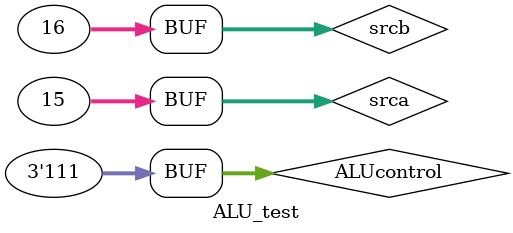
<source format=v>
`timescale 1ns / 1ps


module ALU_test;

	// Inputs
	reg [31:0] srca;
	reg [31:0] srcb;
	reg [2:0] ALUcontrol;

	// Outputs
	wire zero;
	wire [31:0] out;

	// Instantiate the Unit Under Test (UUT)
	ALU uut (
		.srca(srca), 
		.srcb(srcb), 
		.ALUcontrol(ALUcontrol), 
		.zero(zero), 
		.out(out)
	);

	initial begin
		// Initialize Inputs
		srca = 15;
		srcb = 15;
		ALUcontrol = 7;

		// Wait 100 ns for global reset to finish
		#100;
       srcb = 16;
		// Add stimulus here

	end
      
endmodule


</source>
